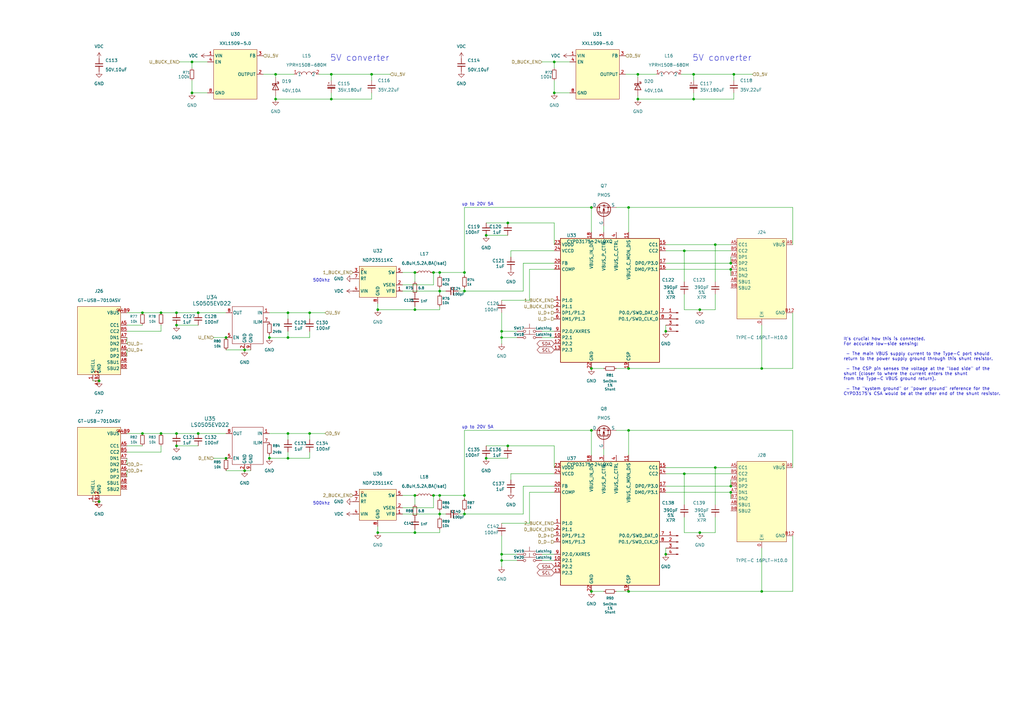
<source format=kicad_sch>
(kicad_sch (version 20250114) (generator "eeschema") (generator_version "9.0")
  (paper "A3")
  (text "up to 20V 5A" (at 202.438 175.26 0) (effects (font (size 1.27 1.27)) (justify right)))
  (text "5V converter" (at 296.164 23.876 0) (effects (font (size 2.54 2.54))))
  (text "up to 20V 5A" (at 202.438 83.82 0) (effects (font (size 1.27 1.27)) (justify right)))
  (text "500khz" (at 131.826 206.502 0) (effects (font (size 1.27 1.27))))
  (text "500khz" (at 131.826 115.062 0) (effects (font (size 1.27 1.27))))
  (text "5V converter" (at 147.574 23.876 0) (effects (font (size 2.54 2.54))))
  (text "It's crucial how this is connected.\nFor accurate low-side sensing:\n\n - The main VBUS supply current to the Type-C port should\nreturn to the power supply ground through this shunt resistor.\n\n - The CSP pin senses the voltage at the \"load side\" of the\nshunt (closer to where the current enters the shunt\nfrom the Type-C VBUS ground return).\n\n - The \"system ground\" or \"power ground\" reference for the\nCYPD3175's CSA would be at the other end of the shunt resistor." (at 345.948 150.368 0) (effects (font (size 1.27 1.27)) (justify left)))
  (junction (at 284.48 40.64))
  (junction (at 299.72 110.49))
  (junction (at 190.5 119.38))
  (junction (at 180.34 203.2))
  (junction (at 110.49 187.96))
  (junction (at 287.02 127))
  (junction (at 58.42 177.8))
  (junction (at 257.81 242.57))
  (junction (at 100.33 143.51))
  (junction (at 92.71 138.43))
  (junction (at 261.62 40.64))
  (junction (at 199.39 187.96))
  (junction (at 154.94 127))
  (junction (at 72.39 177.8))
  (junction (at 257.81 176.53))
  (junction (at 257.81 151.13))
  (junction (at 287.02 218.44))
  (junction (at 280.67 194.31))
  (junction (at 127 177.8))
  (junction (at 190.5 203.2))
  (junction (at 177.8 203.2))
  (junction (at 205.74 229.87))
  (junction (at 242.57 85.09))
  (junction (at 293.37 191.77))
  (junction (at 180.34 119.38))
  (junction (at 135.89 30.48))
  (junction (at 154.94 218.44))
  (junction (at 66.04 177.8))
  (junction (at 170.18 218.44))
  (junction (at 208.28 91.44))
  (junction (at 312.42 242.57))
  (junction (at 72.39 182.88))
  (junction (at 293.37 100.33))
  (junction (at 113.03 40.64))
  (junction (at 81.28 128.27))
  (junction (at 242.57 242.57))
  (junction (at 242.57 176.53))
  (junction (at 180.34 111.76))
  (junction (at 190.5 111.76))
  (junction (at 135.89 40.64))
  (junction (at 152.4 30.48))
  (junction (at 299.72 201.93))
  (junction (at 170.18 111.76))
  (junction (at 273.05 227.33))
  (junction (at 118.11 187.96))
  (junction (at 205.74 227.33))
  (junction (at 257.81 85.09))
  (junction (at 72.39 128.27))
  (junction (at 205.74 135.89))
  (junction (at 199.39 96.52))
  (junction (at 280.67 102.87))
  (junction (at 208.28 182.88))
  (junction (at 227.33 25.4))
  (junction (at 170.18 203.2))
  (junction (at 40.64 156.21))
  (junction (at 242.57 151.13))
  (junction (at 205.74 138.43))
  (junction (at 299.72 199.39))
  (junction (at 78.74 38.1))
  (junction (at 177.8 111.76))
  (junction (at 118.11 177.8))
  (junction (at 40.64 205.74))
  (junction (at 100.33 193.04))
  (junction (at 273.05 135.89))
  (junction (at 118.11 128.27))
  (junction (at 78.74 25.4))
  (junction (at 66.04 128.27))
  (junction (at 110.49 138.43))
  (junction (at 300.99 30.48))
  (junction (at 190.5 210.82))
  (junction (at 72.39 133.35))
  (junction (at 299.72 107.95))
  (junction (at 118.11 138.43))
  (junction (at 261.62 30.48))
  (junction (at 227.33 38.1))
  (junction (at 312.42 151.13))
  (junction (at 92.71 187.96))
  (junction (at 113.03 30.48))
  (junction (at 81.28 177.8))
  (junction (at 284.48 30.48))
  (junction (at 180.34 210.82))
  (junction (at 127 128.27))
  (junction (at 58.42 128.27))
  (junction (at 170.18 127))
  (wire (pts (xy 38.1 205.74) (xy 40.64 205.74)))
  (wire (pts (xy 170.18 127) (xy 180.34 127)))
  (wire (pts (xy 273.05 110.49) (xy 299.72 110.49)))
  (wire (pts (xy 66.04 128.27) (xy 72.39 128.27)))
  (wire (pts (xy 261.62 40.64) (xy 284.48 40.64)))
  (wire (pts (xy 227.33 25.4) (xy 227.33 27.94)))
  (wire (pts (xy 135.89 40.64) (xy 135.89 38.1)))
  (wire (pts (xy 300.99 30.48) (xy 308.61 30.48)))
  (wire (pts (xy 170.18 203.2) (xy 170.18 207.01)))
  (wire (pts (xy 242.57 176.53) (xy 242.57 186.69)))
  (wire (pts (xy 325.12 151.13) (xy 325.12 128.27)))
  (wire (pts (xy 284.48 40.64) (xy 284.48 38.1)))
  (wire (pts (xy 177.8 116.84) (xy 177.8 111.76)))
  (wire (pts (xy 252.73 176.53) (xy 257.81 176.53)))
  (wire (pts (xy 242.57 151.13) (xy 247.65 151.13)))
  (wire (pts (xy 312.42 224.79) (xy 312.42 242.57)))
  (wire (pts (xy 261.62 30.48) (xy 269.24 30.48)))
  (wire (pts (xy 133.35 128.27) (xy 127 128.27)))
  (wire (pts (xy 100.33 143.51) (xy 102.87 143.51)))
  (wire (pts (xy 177.8 208.28) (xy 177.8 203.2)))
  (wire (pts (xy 66.04 177.8) (xy 72.39 177.8)))
  (wire (pts (xy 257.81 176.53) (xy 325.12 176.53)))
  (wire (pts (xy 190.5 119.38) (xy 187.96 119.38)))
  (wire (pts (xy 217.17 110.49) (xy 217.17 123.19)))
  (wire (pts (xy 227.33 38.1) (xy 227.33 33.02)))
  (wire (pts (xy 325.12 85.09) (xy 325.12 100.33)))
  (wire (pts (xy 299.72 201.93) (xy 299.72 204.47)))
  (wire (pts (xy 217.17 123.19) (xy 205.74 123.19)))
  (wire (pts (xy 87.63 138.43) (xy 92.71 138.43)))
  (wire (pts (xy 300.99 30.48) (xy 300.99 33.02)))
  (wire (pts (xy 52.07 193.04) (xy 52.07 195.58)))
  (wire (pts (xy 133.35 177.8) (xy 127 177.8)))
  (wire (pts (xy 299.72 110.49) (xy 299.72 113.03)))
  (wire (pts (xy 273.05 107.95) (xy 299.72 107.95)))
  (wire (pts (xy 217.17 214.63) (xy 205.74 214.63)))
  (wire (pts (xy 154.94 124.46) (xy 154.94 127)))
  (wire (pts (xy 222.25 138.43) (xy 227.33 138.43)))
  (wire (pts (xy 299.72 199.39) (xy 299.72 196.85)))
  (wire (pts (xy 190.5 119.38) (xy 214.63 119.38)))
  (wire (pts (xy 118.11 138.43) (xy 127 138.43)))
  (wire (pts (xy 300.99 40.64) (xy 300.99 38.1)))
  (wire (pts (xy 284.48 40.64) (xy 300.99 40.64)))
  (wire (pts (xy 152.4 30.48) (xy 152.4 33.02)))
  (wire (pts (xy 154.94 215.9) (xy 154.94 218.44)))
  (wire (pts (xy 312.42 242.57) (xy 325.12 242.57)))
  (wire (pts (xy 78.74 38.1) (xy 85.09 38.1)))
  (wire (pts (xy 257.81 151.13) (xy 312.42 151.13)))
  (wire (pts (xy 127 135.89) (xy 127 138.43)))
  (wire (pts (xy 154.94 218.44) (xy 170.18 218.44)))
  (wire (pts (xy 205.74 135.89) (xy 205.74 128.27)))
  (wire (pts (xy 227.33 91.44) (xy 227.33 100.33)))
  (wire (pts (xy 208.28 91.44) (xy 227.33 91.44)))
  (wire (pts (xy 199.39 96.52) (xy 208.28 96.52)))
  (wire (pts (xy 205.74 227.33) (xy 205.74 219.71)))
  (wire (pts (xy 293.37 212.09) (xy 293.37 218.44)))
  (wire (pts (xy 205.74 138.43) (xy 212.09 138.43)))
  (wire (pts (xy 52.07 185.42) (xy 66.04 185.42)))
  (wire (pts (xy 130.81 30.48) (xy 135.89 30.48)))
  (wire (pts (xy 118.11 128.27) (xy 110.49 128.27)))
  (wire (pts (xy 52.07 187.96) (xy 52.07 190.5)))
  (wire (pts (xy 190.5 209.55) (xy 190.5 210.82)))
  (wire (pts (xy 222.25 229.87) (xy 227.33 229.87)))
  (wire (pts (xy 180.34 111.76) (xy 190.5 111.76)))
  (wire (pts (xy 113.03 30.48) (xy 120.65 30.48)))
  (wire (pts (xy 110.49 138.43) (xy 118.11 138.43)))
  (wire (pts (xy 222.25 227.33) (xy 227.33 227.33)))
  (wire (pts (xy 190.5 113.03) (xy 190.5 111.76)))
  (wire (pts (xy 154.94 127) (xy 170.18 127)))
  (wire (pts (xy 208.28 182.88) (xy 227.33 182.88)))
  (wire (pts (xy 118.11 185.42) (xy 118.11 187.96)))
  (wire (pts (xy 205.74 229.87) (xy 205.74 227.33)))
  (wire (pts (xy 280.67 194.31) (xy 280.67 207.01)))
  (wire (pts (xy 222.25 135.89) (xy 227.33 135.89)))
  (wire (pts (xy 66.04 185.42) (xy 66.04 182.88)))
  (wire (pts (xy 72.39 177.8) (xy 81.28 177.8)))
  (wire (pts (xy 325.12 242.57) (xy 325.12 219.71)))
  (wire (pts (xy 52.07 143.51) (xy 52.07 146.05)))
  (wire (pts (xy 222.25 25.4) (xy 227.33 25.4)))
  (wire (pts (xy 110.49 138.43) (xy 110.49 137.16)))
  (wire (pts (xy 190.5 85.09) (xy 242.57 85.09)))
  (wire (pts (xy 247.65 184.15) (xy 247.65 186.69)))
  (wire (pts (xy 190.5 118.11) (xy 190.5 119.38)))
  (wire (pts (xy 280.67 102.87) (xy 299.72 102.87)))
  (wire (pts (xy 100.33 193.04) (xy 102.87 193.04)))
  (wire (pts (xy 81.28 177.8) (xy 92.71 177.8)))
  (wire (pts (xy 180.34 127) (xy 180.34 125.73)))
  (wire (pts (xy 190.5 176.53) (xy 242.57 176.53)))
  (wire (pts (xy 135.89 30.48) (xy 152.4 30.48)))
  (wire (pts (xy 257.81 176.53) (xy 257.81 186.69)))
  (wire (pts (xy 252.73 242.57) (xy 257.81 242.57)))
  (wire (pts (xy 256.54 30.48) (xy 261.62 30.48)))
  (wire (pts (xy 87.63 187.96) (xy 92.71 187.96)))
  (wire (pts (xy 72.39 133.35) (xy 81.28 133.35)))
  (wire (pts (xy 209.55 102.87) (xy 209.55 105.41)))
  (wire (pts (xy 52.07 138.43) (xy 52.07 140.97)))
  (wire (pts (xy 261.62 40.64) (xy 261.62 39.37)))
  (wire (pts (xy 190.5 210.82) (xy 214.63 210.82)))
  (wire (pts (xy 58.42 128.27) (xy 66.04 128.27)))
  (wire (pts (xy 127 130.81) (xy 127 128.27)))
  (wire (pts (xy 180.34 210.82) (xy 182.88 210.82)))
  (wire (pts (xy 273.05 194.31) (xy 280.67 194.31)))
  (wire (pts (xy 180.34 203.2) (xy 190.5 203.2)))
  (wire (pts (xy 214.63 210.82) (xy 214.63 199.39)))
  (wire (pts (xy 293.37 120.65) (xy 293.37 127)))
  (wire (pts (xy 279.4 30.48) (xy 284.48 30.48)))
  (wire (pts (xy 312.42 151.13) (xy 325.12 151.13)))
  (wire (pts (xy 252.73 151.13) (xy 257.81 151.13)))
  (wire (pts (xy 180.34 119.38) (xy 180.34 120.65)))
  (wire (pts (xy 227.33 182.88) (xy 227.33 191.77)))
  (wire (pts (xy 257.81 85.09) (xy 257.81 95.25)))
  (wire (pts (xy 280.67 212.09) (xy 280.67 218.44)))
  (wire (pts (xy 209.55 194.31) (xy 209.55 196.85)))
  (wire (pts (xy 52.07 133.35) (xy 58.42 133.35)))
  (wire (pts (xy 273.05 199.39) (xy 299.72 199.39)))
  (wire (pts (xy 127 128.27) (xy 118.11 128.27)))
  (wire (pts (xy 170.18 218.44) (xy 170.18 217.17)))
  (wire (pts (xy 199.39 182.88) (xy 208.28 182.88)))
  (wire (pts (xy 38.1 156.21) (xy 40.64 156.21)))
  (wire (pts (xy 293.37 100.33) (xy 293.37 115.57)))
  (wire (pts (xy 52.07 128.27) (xy 58.42 128.27)))
  (wire (pts (xy 325.12 176.53) (xy 325.12 191.77)))
  (wire (pts (xy 118.11 187.96) (xy 127 187.96)))
  (wire (pts (xy 127 177.8) (xy 118.11 177.8)))
  (wire (pts (xy 293.37 191.77) (xy 299.72 191.77)))
  (wire (pts (xy 170.18 111.76) (xy 170.18 115.57)))
  (wire (pts (xy 227.33 38.1) (xy 233.68 38.1)))
  (wire (pts (xy 312.42 133.35) (xy 312.42 151.13)))
  (wire (pts (xy 180.34 111.76) (xy 180.34 113.03)))
  (wire (pts (xy 273.05 102.87) (xy 280.67 102.87)))
  (wire (pts (xy 118.11 180.34) (xy 118.11 177.8)))
  (wire (pts (xy 209.55 102.87) (xy 227.33 102.87)))
  (wire (pts (xy 214.63 119.38) (xy 214.63 107.95)))
  (wire (pts (xy 205.74 227.33) (xy 212.09 227.33)))
  (wire (pts (xy 110.49 187.96) (xy 110.49 186.69)))
  (wire (pts (xy 190.5 203.2) (xy 190.5 176.53)))
  (wire (pts (xy 205.74 232.41) (xy 205.74 229.87)))
  (wire (pts (xy 152.4 30.48) (xy 160.02 30.48)))
  (wire (pts (xy 127 180.34) (xy 127 177.8)))
  (wire (pts (xy 284.48 30.48) (xy 300.99 30.48)))
  (wire (pts (xy 293.37 218.44) (xy 287.02 218.44)))
  (wire (pts (xy 180.34 118.11) (xy 180.34 119.38)))
  (wire (pts (xy 52.07 135.89) (xy 66.04 135.89)))
  (wire (pts (xy 127 185.42) (xy 127 187.96)))
  (wire (pts (xy 180.34 218.44) (xy 180.34 217.17)))
  (wire (pts (xy 78.74 25.4) (xy 78.74 27.94)))
  (wire (pts (xy 273.05 201.93) (xy 299.72 201.93)))
  (wire (pts (xy 280.67 120.65) (xy 280.67 127)))
  (wire (pts (xy 170.18 127) (xy 170.18 125.73)))
  (wire (pts (xy 299.72 107.95) (xy 299.72 105.41)))
  (wire (pts (xy 165.1 210.82) (xy 180.34 210.82)))
  (wire (pts (xy 247.65 92.71) (xy 247.65 95.25)))
  (wire (pts (xy 113.03 31.75) (xy 113.03 30.48)))
  (wire (pts (xy 214.63 199.39) (xy 227.33 199.39)))
  (wire (pts (xy 252.73 85.09) (xy 257.81 85.09)))
  (wire (pts (xy 293.37 191.77) (xy 293.37 207.01)))
  (wire (pts (xy 190.5 111.76) (xy 190.5 85.09)))
  (wire (pts (xy 58.42 177.8) (xy 66.04 177.8)))
  (wire (pts (xy 78.74 38.1) (xy 78.74 33.02)))
  (wire (pts (xy 92.71 143.51) (xy 100.33 143.51)))
  (wire (pts (xy 273.05 224.79) (xy 273.05 227.33)))
  (wire (pts (xy 190.5 204.47) (xy 190.5 203.2)))
  (wire (pts (xy 261.62 31.75) (xy 261.62 30.48)))
  (wire (pts (xy 92.71 193.04) (xy 100.33 193.04)))
  (wire (pts (xy 280.67 218.44) (xy 287.02 218.44)))
  (wire (pts (xy 177.8 203.2) (xy 180.34 203.2)))
  (wire (pts (xy 227.33 25.4) (xy 233.68 25.4)))
  (wire (pts (xy 280.67 102.87) (xy 280.67 115.57)))
  (wire (pts (xy 110.49 187.96) (xy 118.11 187.96)))
  (wire (pts (xy 118.11 135.89) (xy 118.11 138.43)))
  (wire (pts (xy 190.5 210.82) (xy 187.96 210.82)))
  (wire (pts (xy 217.17 201.93) (xy 217.17 214.63)))
  (wire (pts (xy 118.11 130.81) (xy 118.11 128.27)))
  (wire (pts (xy 152.4 40.64) (xy 152.4 38.1)))
  (wire (pts (xy 113.03 40.64) (xy 135.89 40.64)))
  (wire (pts (xy 217.17 201.93) (xy 227.33 201.93)))
  (wire (pts (xy 280.67 127) (xy 287.02 127)))
  (wire (pts (xy 214.63 107.95) (xy 227.33 107.95)))
  (wire (pts (xy 165.1 116.84) (xy 177.8 116.84)))
  (wire (pts (xy 180.34 119.38) (xy 182.88 119.38)))
  (wire (pts (xy 78.74 25.4) (xy 85.09 25.4)))
  (wire (pts (xy 81.28 128.27) (xy 92.71 128.27)))
  (wire (pts (xy 284.48 33.02) (xy 284.48 30.48)))
  (wire (pts (xy 209.55 194.31) (xy 227.33 194.31)))
  (wire (pts (xy 165.1 111.76) (xy 170.18 111.76)))
  (wire (pts (xy 180.34 203.2) (xy 180.34 204.47)))
  (wire (pts (xy 113.03 40.64) (xy 113.03 39.37)))
  (wire (pts (xy 205.74 138.43) (xy 205.74 135.89)))
  (wire (pts (xy 180.34 209.55) (xy 180.34 210.82)))
  (wire (pts (xy 107.95 30.48) (xy 113.03 30.48)))
  (wire (pts (xy 273.05 133.35) (xy 273.05 135.89)))
  (wire (pts (xy 273.05 191.77) (xy 293.37 191.77)))
  (wire (pts (xy 170.18 218.44) (xy 180.34 218.44)))
  (wire (pts (xy 293.37 127) (xy 287.02 127)))
  (wire (pts (xy 165.1 208.28) (xy 177.8 208.28)))
  (wire (pts (xy 205.74 140.97) (xy 205.74 138.43)))
  (wire (pts (xy 242.57 242.57) (xy 247.65 242.57)))
  (wire (pts (xy 242.57 85.09) (xy 242.57 95.25)))
  (wire (pts (xy 217.17 110.49) (xy 227.33 110.49)))
  (wire (pts (xy 257.81 242.57) (xy 312.42 242.57)))
  (wire (pts (xy 52.07 182.88) (xy 58.42 182.88)))
  (wire (pts (xy 180.34 210.82) (xy 180.34 212.09)))
  (wire (pts (xy 280.67 194.31) (xy 299.72 194.31)))
  (wire (pts (xy 135.89 40.64) (xy 152.4 40.64)))
  (wire (pts (xy 72.39 128.27) (xy 81.28 128.27)))
  (wire (pts (xy 118.11 177.8) (xy 110.49 177.8)))
  (wire (pts (xy 273.05 100.33) (xy 293.37 100.33)))
  (wire (pts (xy 135.89 33.02) (xy 135.89 30.48)))
  (wire (pts (xy 293.37 100.33) (xy 299.72 100.33)))
  (wire (pts (xy 73.66 25.4) (xy 78.74 25.4)))
  (wire (pts (xy 257.81 85.09) (xy 325.12 85.09)))
  (wire (pts (xy 72.39 182.88) (xy 81.28 182.88)))
  (wire (pts (xy 165.1 203.2) (xy 170.18 203.2)))
  (wire (pts (xy 205.74 229.87) (xy 212.09 229.87)))
  (wire (pts (xy 199.39 187.96) (xy 208.28 187.96)))
  (wire (pts (xy 165.1 119.38) (xy 180.34 119.38)))
  (wire (pts (xy 177.8 111.76) (xy 180.34 111.76)))
  (wire (pts (xy 66.04 135.89) (xy 66.04 133.35)))
  (wire (pts (xy 52.07 177.8) (xy 58.42 177.8)))
  (wire (pts (xy 199.39 91.44) (xy 208.28 91.44)))
  (wire (pts (xy 205.74 135.89) (xy 212.09 135.89)))
  (global_label "SDA" (shape bidirectional) (at 227.33 232.41 180) (property "Intersheetrefs" "${INTERSHEET_REFS}" (effects (hide yes))))
  (global_label "SCL" (shape bidirectional) (at 227.33 143.51 180) (property "Intersheetrefs" "${INTERSHEET_REFS}" (effects (hide yes))))
  (global_label "SDA" (shape bidirectional) (at 227.33 140.97 180) (property "Intersheetrefs" "${INTERSHEET_REFS}" (effects (hide yes))))
  (global_label "SCL" (shape bidirectional) (at 227.33 234.95 180) (property "Intersheetrefs" "${INTERSHEET_REFS}" (effects (hide yes))))
  (hierarchical_label "U_D+" (shape input) (at 227.33 128.27 180))
  (hierarchical_label "D_5V" (shape input) (at 133.35 177.8 0))
  (hierarchical_label "2_BUCK_EN" (shape input) (at 227.33 214.63 180))
  (hierarchical_label "D_5V" (shape input) (at 256.54 22.86 0))
  (hierarchical_label "D_D+" (shape input) (at 52.07 193.04 0))
  (hierarchical_label "D_EN" (shape input) (at 87.63 187.96 180))
  (hierarchical_label "D_D-" (shape input) (at 52.07 190.5 0))
  (hierarchical_label "1_BUCK_EN" (shape input) (at 227.33 123.19 180))
  (hierarchical_label "1_BUCK_EN" (shape input) (at 144.78 111.76 180))
  (hierarchical_label "U_BUCK_EN" (shape input) (at 73.66 25.4 180))
  (hierarchical_label "2_BUCK_EN" (shape input) (at 144.78 203.2 180))
  (hierarchical_label "D_BUCK_EN" (shape input) (at 227.33 217.17 180))
  (hierarchical_label "U_5V" (shape input) (at 160.02 30.48 0))
  (hierarchical_label "D_D-" (shape input) (at 227.33 222.25 180))
  (hierarchical_label "D_5V" (shape input) (at 308.61 30.48 0))
  (hierarchical_label "U_D-" (shape input) (at 52.07 140.97 0))
  (hierarchical_label "U_EN" (shape input) (at 87.63 138.43 180))
  (hierarchical_label "U_5V" (shape input) (at 133.35 128.27 0))
  (hierarchical_label "D_D+" (shape input) (at 227.33 219.71 180))
  (hierarchical_label "U_D+" (shape input) (at 52.07 143.51 0))
  (hierarchical_label "U_5V" (shape input) (at 107.95 22.86 0))
  (hierarchical_label "U_BUCK_EN" (shape input) (at 227.33 125.73 180))
  (hierarchical_label "U_D-" (shape input) (at 227.33 130.81 180))
  (hierarchical_label "D_BUCK_EN" (shape input) (at 222.25 25.4 180))
  (symbol (lib_id "Device:C_Small") (at 208.28 93.98 0) (mirror x) (unit 1)
    (property "Reference" "C120" (at 205.74 92.964 0) (effects (justify right)))
    (property "Value" "1uF" (at 205.74 95.25 0) (effects (justify right)))
    (property "Footprint" "Capacitor_SMD:C_0402_1005Metric_Pad0.74x0.62mm_HandSolder" (effects (hide yes)))
    (property "Description" "Unpolarized capacitor, small symbol" (effects (hide yes)))
  )
  (symbol (lib_id "Device:C_Small") (at 205.74 125.73 0) (mirror y) (unit 1)
    (property "Reference" "C126" (at 199.644 124.46 0) (effects (justify right)))
    (property "Value" "100nF" (at 198.628 127 0) (effects (justify right)))
    (property "Footprint" "Capacitor_SMD:C_0201_0603Metric_Pad0.64x0.40mm_HandSolder" (effects (hide yes)))
    (property "Description" "Unpolarized capacitor, small symbol" (effects (hide yes)))
  )
  (symbol (lib_id "power:GND") (at 205.74 232.41 0) (unit 1)
    (property "Reference" "#PWR0195" (effects (hide yes)))
    (property "Value" "GND" (at 205.74 237.49 0))
    (property "Description" "Power symbol creates a global label with name \"GND\" , ground" (effects (hide yes)))
  )
  (symbol (lib_id "power:GND") (at 154.94 127 0) (unit 1)
    (property "Reference" "#PWR0176" (effects (hide yes)))
    (property "Value" "GND" (at 154.94 132.08 0))
    (property "Description" "Power symbol creates a global label with name \"GND\" , ground" (effects (hide yes)))
  )
  (symbol (lib_id "Device:D_Schottky") (at 261.62 35.56 270) (unit 1)
    (property "Reference" "D20" (at 264.16 33.3374 90) (effects (justify left)))
    (property "Value" "40V,10A" (at 264.16 37.1474 90) (effects (justify left)))
    (property "Footprint" "Diode_SMD:D_SMB_Handsoldering" (effects (hide yes)))
    (property "Description" "Schottky diode" (effects (hide yes)))
  )
  (symbol (lib_id "easyeda2kicad:YPRH1508-680M") (at 125.73 30.48 0) (unit 1)
    (property "Reference" "L15" (at 125.73 22.86 0))
    (property "Value" "YPRH1508-680M" (at 125.73 26.67 0))
    (property "Footprint" "easyeda2kicad:IND-SMD_L15.0-W15.0" (effects (hide yes)))
    (property "LCSC Part" "C970544" (effects (hide yes)))
  )
  (symbol (lib_id "power:GND") (at 199.39 187.96 0) (unit 1)
    (property "Reference" "#PWR0188" (effects (hide yes)))
    (property "Value" "GND" (at 199.39 193.04 0))
    (property "Description" "Power symbol creates a global label with name \"GND\" , ground" (effects (hide yes)))
  )
  (symbol (lib_id "Simulation_SPICE:PMOS") (at 247.65 87.63 90) (unit 1)
    (property "Reference" "Q7" (at 247.65 76.2 90))
    (property "Value" "PMOS" (at 247.65 80.01 90))
    (property "Footprint" "easyeda2kicad:PDFN-8_L5.2-W5.9-P1.27-LS6.2-BL" (effects (hide yes)))
    (property "Datasheet" "https://ngspice.sourceforge.io/docs/ngspice-html-manual/manual.xhtml#cha_MOSFETs" (effects (hide yes)))
    (property "Description" "P-MOSFET transistor, drain/source/gate" (effects (hide yes)))
    (property "Sim.Device" "PMOS" (effects (hide yes)))
    (property "Sim.Type" "VDMOS" (effects (hide yes)))
    (property "Sim.Pins" "1=D 2=G 3=S" (effects (hide yes)))
  )
  (symbol (lib_id "power:GND") (at 242.57 242.57 0) (unit 1)
    (property "Reference" "#PWR0198" (effects (hide yes)))
    (property "Value" "GND" (at 242.57 247.65 0))
    (property "Description" "Power symbol creates a global label with name \"GND\" , ground" (effects (hide yes)))
  )
  (symbol (lib_id "Device:C_Small") (at 152.4 35.56 0) (unit 1)
    (property "Reference" "C116" (at 154.94 33.02 0) (effects (justify left)))
    (property "Value" "35V,22uF" (at 154.94 36.83 0) (effects (justify left)))
    (property "Footprint" "Capacitor_SMD:C_0805_2012Metric_Pad1.18x1.45mm_HandSolder" (effects (hide yes)))
    (property "Description" "Unpolarized capacitor, small symbol" (effects (hide yes)))
  )
  (symbol (lib_id "power:VDC") (at 40.64 24.13 0) (unit 1)
    (property "Reference" "#PWR0165" (effects (hide yes)))
    (property "Value" "VDC" (at 40.64 19.05 0))
    (property "Description" "Power symbol creates a global label with name \"VDC\"" (effects (hide yes)))
  )
  (symbol (lib_id "Device:R_Small") (at 110.49 184.15 0) (unit 1)
    (property "Reference" "R84" (at 111.76 182.88 0) (effects (font (size 1.016 1.016)) (justify left)))
    (property "Value" "249k" (at 111.76 185.547 0) (effects (font (size 1.016 1.016)) (justify left)))
    (property "Footprint" "Resistor_SMD:R_0402_1005Metric_Pad0.72x0.64mm_HandSolder" (effects (hide yes)))
    (property "Description" "Resistor, small symbol" (effects (hide yes)))
  )
  (symbol (lib_id "Device:C_Small") (at 300.99 35.56 0) (unit 1)
    (property "Reference" "C118" (at 303.53 33.02 0) (effects (justify left)))
    (property "Value" "35V,22uF" (at 303.53 36.83 0) (effects (justify left)))
    (property "Footprint" "Capacitor_SMD:C_0805_2012Metric_Pad1.18x1.45mm_HandSolder" (effects (hide yes)))
    (property "Description" "Unpolarized capacitor, small symbol" (effects (hide yes)))
  )
  (symbol (lib_id "power:GND") (at 40.64 156.21 0) (mirror y) (unit 1)
    (property "Reference" "#PWR0185" (effects (hide yes)))
    (property "Value" "GND" (at 40.64 161.29 0))
    (property "Description" "Power symbol creates a global label with name \"GND\" , ground" (effects (hide yes)))
  )
  (symbol (lib_id "power:GND") (at 110.49 138.43 0) (mirror y) (unit 1)
    (property "Reference" "#PWR0182" (effects (hide yes)))
    (property "Value" "GND" (at 110.49 143.51 0))
    (property "Description" "Power symbol creates a global label with name \"GND\" , ground" (effects (hide yes)))
  )
  (symbol (lib_id "easyeda2kicad:YPRH1508-680M") (at 274.32 30.48 0) (unit 1)
    (property "Reference" "L16" (at 274.32 22.86 0))
    (property "Value" "YPRH1508-680M" (at 274.32 26.67 0))
    (property "Footprint" "easyeda2kicad:IND-SMD_L15.0-W15.0" (effects (hide yes)))
    (property "LCSC Part" "C970544" (effects (hide yes)))
  )
  (symbol (lib_id "Device:C_Small") (at 209.55 107.95 0) (mirror x) (unit 1)
    (property "Reference" "C121" (at 207.01 106.934 0) (effects (justify right)))
    (property "Value" "1uF" (at 207.01 109.22 0) (effects (justify right)))
    (property "Footprint" "Capacitor_SMD:C_0402_1005Metric_Pad0.74x0.62mm_HandSolder" (effects (hide yes)))
    (property "Description" "Unpolarized capacitor, small symbol" (effects (hide yes)))
  )
  (symbol (lib_id "Switch:SW_Push") (at 217.17 135.89 0) (unit 1) (on_board no)
    (property "Reference" "SW17" (at 212.852 134.62 0) (effects (font (size 1.016 1.016))))
    (property "Value" "Latching" (at 223.012 134.62 0) (effects (font (size 1.016 1.016))))
    (property "Footprint" "easyeda2kicad:SW-TH_6P-L8.0-W8.0-P2.50" (effects (hide yes)))
    (property "Description" "Push button switch, generic, two pins" (effects (hide yes)))
  )
  (symbol (lib_id "Device:C_Small") (at 199.39 185.42 0) (mirror x) (unit 1)
    (property "Reference" "C135" (at 196.85 184.404 0) (effects (justify right)))
    (property "Value" "100nF" (at 196.85 186.69 0) (effects (justify right)))
    (property "Footprint" "Capacitor_SMD:C_0201_0603Metric_Pad0.64x0.40mm_HandSolder" (effects (hide yes)))
    (property "Description" "Unpolarized capacitor, small symbol" (effects (hide yes)))
  )
  (symbol (lib_id "Device:C_Polarized_Small") (at 135.89 35.56 0) (unit 1)
    (property "Reference" "C115" (at 138.43 34.29 0) (effects (justify left)))
    (property "Value" "35V,180uF" (at 138.43 36.9188 0) (effects (justify left)))
    (property "Footprint" "Capacitor_THT:CP_Radial_D8.0mm_P5.00mm" (effects (hide yes)))
    (property "Description" "Polarized capacitor, small symbol" (effects (hide yes)))
  )
  (symbol (lib_id "Device:C_Small") (at 170.18 123.19 0) (unit 1)
    (property "Reference" "C125" (at 165.608 123.19 0) (effects (font (size 1.016 1.016)) (justify left)))
    (property "Value" "1nF" (at 172.466 123.444 0) (effects (font (size 1.016 1.016)) (justify left)))
    (property "Footprint" "Capacitor_SMD:C_0201_0603Metric_Pad0.64x0.40mm_HandSolder" (effects (hide yes)))
    (property "Description" "Unpolarized capacitor, small symbol" (effects (hide yes)))
  )
  (symbol (lib_id "easyeda2kicad:TYPE-C16PLT-H10.0") (at 312.42 115.57 0) (mirror y) (unit 1)
    (property "Reference" "J24" (at 312.42 95.25 0))
    (property "Value" "TYPE-C 16PLT-H10.0" (at 312.42 138.43 0))
    (property "Footprint" "easyeda2kicad:TYPE-C-SMD_USB4120-03-C" (effects (hide yes)))
    (property "LCSC Part" "C3151749" (effects (hide yes)))
  )
  (symbol (lib_id "easyeda2kicad:GT-USB-7010ASV") (at 39.37 143.51 0) (mirror y) (unit 1)
    (property "Reference" "J26" (at 40.64 119.38 0))
    (property "Value" "GT-USB-7010ASV" (at 40.64 123.19 0))
    (property "Footprint" "easyeda2kicad:USB-C-SMD_G-SWITCH_GT-USB-7010ASV" (effects (hide yes)))
    (property "LCSC Part" "C2988369" (effects (hide yes)))
  )
  (symbol (lib_id "power:GND") (at 40.64 205.74 0) (mirror y) (unit 1)
    (property "Reference" "#PWR0191" (effects (hide yes)))
    (property "Value" "GND" (at 40.64 210.82 0))
    (property "Description" "Power symbol creates a global label with name \"GND\" , ground" (effects (hide yes)))
  )
  (symbol (lib_id "Connector:Conn_01x04_Pin") (at 278.13 222.25 0) (mirror y) (unit 1)
    (property "Reference" "J29" (effects (hide yes)))
    (property "Value" "Conn_01x04_Pin" (effects (hide yes)))
    (property "Footprint" "Connector_PinHeader_2.54mm:PinHeader_2x02_P2.54mm_Vertical" (effects (hide yes)))
    (property "Description" "Generic connector, single row, 01x04, script generated" (effects (hide yes)))
  )
  (symbol (lib_id "Device:C_Polarized_Small") (at 284.48 35.56 0) (unit 1)
    (property "Reference" "C117" (at 287.02 34.29 0) (effects (justify left)))
    (property "Value" "35V,180uF" (at 287.02 36.9188 0) (effects (justify left)))
    (property "Footprint" "Capacitor_THT:CP_Radial_D8.0mm_P5.00mm" (effects (hide yes)))
    (property "Description" "Polarized capacitor, small symbol" (effects (hide yes)))
  )
  (symbol (lib_id "Device:C_Small") (at 81.28 180.34 180) (unit 1)
    (property "Reference" "C132" (at 83.82 179.324 0) (effects (justify right)))
    (property "Value" "100nF" (at 83.82 181.61 0) (effects (justify right)))
    (property "Footprint" "Capacitor_SMD:C_0201_0603Metric_Pad0.64x0.40mm_HandSolder" (effects (hide yes)))
    (property "Description" "Unpolarized capacitor, small symbol" (effects (hide yes)))
  )
  (symbol (lib_id "Device:C_Small") (at 81.28 130.81 180) (unit 1)
    (property "Reference" "C128" (at 83.82 129.794 0) (effects (justify right)))
    (property "Value" "100nF" (at 83.82 132.08 0) (effects (justify right)))
    (property "Footprint" "Capacitor_SMD:C_0201_0603Metric_Pad0.64x0.40mm_HandSolder" (effects (hide yes)))
    (property "Description" "Unpolarized capacitor, small symbol" (effects (hide yes)))
  )
  (symbol (lib_id "easyeda2kicad:NDP23511KC") (at 154.94 207.01 0) (unit 1)
    (property "Reference" "U36" (at 154.94 194.31 0))
    (property "Value" "NDP23511KC" (at 154.94 198.12 0))
    (property "Footprint" "easyeda2kicad:SOP-8_L4.9-W3.9-P1.27-LS6.0-BL" (effects (hide yes)))
    (property "LCSC Part" "C17702285" (effects (hide yes)))
  )
  (symbol (lib_id "Device:C_Small") (at 189.23 26.67 0) (unit 1)
    (property "Reference" "C114" (at 191.77 24.7712 0) (effects (justify left)))
    (property "Value" "50V,10uF" (at 191.77 28.5812 0) (effects (justify left)))
    (property "Footprint" "Capacitor_SMD:C_1206_3216Metric_Pad1.33x1.80mm_HandSolder" (effects (hide yes)))
    (property "Description" "Unpolarized capacitor, small symbol" (effects (hide yes)))
  )
  (symbol (lib_id "power:VDC") (at 189.23 24.13 0) (unit 1)
    (property "Reference" "#PWR0166" (effects (hide yes)))
    (property "Value" "VDC" (at 189.23 19.05 0))
    (property "Description" "Power symbol creates a global label with name \"VDC\"" (effects (hide yes)))
  )
  (symbol (lib_id "power:GND") (at 144.78 114.3 270) (unit 1)
    (property "Reference" "#PWR0175" (effects (hide yes)))
    (property "Value" "GND" (at 140.97 114.2999 90) (effects (justify right)))
    (property "Description" "Power symbol creates a global label with name \"GND\" , ground" (effects (hide yes)))
  )
  (symbol (lib_id "power:GND") (at 273.05 135.89 0) (mirror y) (unit 1)
    (property "Reference" "#PWR0181" (effects (hide yes)))
    (property "Value" "GND" (at 273.05 140.97 0))
    (property "Description" "Power symbol creates a global label with name \"GND\" , ground" (effects (hide yes)))
  )
  (symbol (lib_id "power:GND") (at 72.39 133.35 0) (unit 1)
    (property "Reference" "#PWR0179" (effects (hide yes)))
    (property "Value" "GND" (at 72.39 138.43 0))
    (property "Description" "Power symbol creates a global label with name \"GND\" , ground" (effects (hide yes)))
  )
  (symbol (lib_id "Device:C_Small") (at 199.39 93.98 0) (mirror x) (unit 1)
    (property "Reference" "C119" (at 196.85 92.964 0) (effects (justify right)))
    (property "Value" "100nF" (at 196.85 95.25 0) (effects (justify right)))
    (property "Footprint" "Capacitor_SMD:C_0201_0603Metric_Pad0.64x0.40mm_HandSolder" (effects (hide yes)))
    (property "Description" "Unpolarized capacitor, small symbol" (effects (hide yes)))
  )
  (symbol (lib_id "power:GND") (at 154.94 218.44 0) (unit 1)
    (property "Reference" "#PWR0193" (effects (hide yes)))
    (property "Value" "GND" (at 154.94 223.52 0))
    (property "Description" "Power symbol creates a global label with name \"GND\" , ground" (effects (hide yes)))
  )
  (symbol (lib_id "power:VDC") (at 144.78 119.38 90) (unit 1)
    (property "Reference" "#PWR0281" (effects (hide yes)))
    (property "Value" "VDC" (at 140.97 119.3799 90) (effects (justify left)))
    (property "Description" "Power symbol creates a global label with name \"VDC\"" (effects (hide yes)))
  )
  (symbol (lib_id "Device:L") (at 173.99 203.2 90) (unit 1)
    (property "Reference" "L18" (at 173.99 195.58 90))
    (property "Value" "6.8uH,5.2A,8A(Isat)" (at 173.99 199.39 90))
    (property "Footprint" "easyeda2kicad:IND-SMD_L8.0-W8.0-1" (effects (hide yes)))
    (property "Description" "Inductor" (effects (hide yes)))
  )
  (symbol (lib_id "Device:C_Small") (at 280.67 118.11 0) (mirror y) (unit 1)
    (property "Reference" "C122" (at 276.606 114.808 0) (effects (justify left)))
    (property "Value" "390pF\n5%\nX7R" (at 278.13 119.888 0) (effects (justify left)))
    (property "Footprint" "Capacitor_SMD:C_0603_1608Metric_Pad1.08x0.95mm_HandSolder" (effects (hide yes)))
    (property "Description" "Unpolarized capacitor, small symbol" (effects (hide yes)))
  )
  (symbol (lib_id "Device:R_Small") (at 180.34 214.63 0) (unit 1)
    (property "Reference" "R89" (at 181.356 213.868 0) (effects (font (size 1.016 1.016)) (justify left)))
    (property "Value" "10k" (at 181.356 215.646 0) (effects (font (size 1.016 1.016)) (justify left)))
    (property "Footprint" "Resistor_SMD:R_0402_1005Metric_Pad0.72x0.64mm_HandSolder" (effects (hide yes)))
    (property "Description" "Resistor, small symbol" (effects (hide yes)))
  )
  (symbol (lib_id "Device:R_Small") (at 250.19 151.13 270) (mirror x) (unit 1)
    (property "Reference" "R81" (at 250.19 153.924 90) (effects (font (size 1.016 1.016))))
    (property "Value" "5mOhm\n1%\nShunt" (at 250.19 157.988 90) (effects (font (size 1.016 1.016))))
    (property "Footprint" "Resistor_SMD:R_1206_3216Metric_Pad1.30x1.75mm_HandSolder" (effects (hide yes)))
    (property "Description" "Resistor, small symbol" (effects (hide yes)))
  )
  (symbol (lib_id "LS0505EVD22:LS0505EVD22") (at 115.57 128.27 0) (mirror y) (unit 1)
    (property "Reference" "U34" (at 86.868 121.92 0) (effects (font (size 1.524 1.524))))
    (property "Value" "LS0505EVD22" (at 86.868 124.46 0) (effects (font (size 1.524 1.524))))
    (property "Footprint" "LS0505EVD22:LS0505EVD22_LTF" (effects (hide yes)))
    (property "Datasheet" "LS0505EVD22" (effects (hide yes)))
  )
  (symbol (lib_id "Device:C_Small") (at 209.55 199.39 0) (mirror x) (unit 1)
    (property "Reference" "C137" (at 207.01 198.374 0) (effects (justify right)))
    (property "Value" "1uF" (at 207.01 200.66 0) (effects (justify right)))
    (property "Footprint" "Capacitor_SMD:C_0402_1005Metric_Pad0.74x0.62mm_HandSolder" (effects (hide yes)))
    (property "Description" "Unpolarized capacitor, small symbol" (effects (hide yes)))
  )
  (symbol (lib_id "easyeda2kicad:XXL1509-5.0") (at 245.11 30.48 0) (mirror y) (unit 1)
    (property "Reference" "U31" (at 245.11 13.97 0))
    (property "Value" "XXL1509-5.0" (at 245.11 17.78 0))
    (property "Footprint" "easyeda2kicad:SOIC-8_L4.9-W3.9-P1.27-LS6.0-BL" (effects (hide yes)))
    (property "LCSC Part" "C42376977" (effects (hide yes)))
  )
  (symbol (lib_id "Device:C_Small") (at 40.64 26.67 0) (unit 1)
    (property "Reference" "C113" (at 43.18 24.7712 0) (effects (justify left)))
    (property "Value" "50V,10uF" (at 43.18 28.5812 0) (effects (justify left)))
    (property "Footprint" "Capacitor_SMD:C_1206_3216Metric_Pad1.33x1.80mm_HandSolder" (effects (hide yes)))
    (property "Description" "Unpolarized capacitor, small symbol" (effects (hide yes)))
  )
  (symbol (lib_id "power:GND") (at 100.33 143.51 0) (mirror y) (unit 1)
    (property "Reference" "#PWR0183" (effects (hide yes)))
    (property "Value" "GND" (at 100.33 148.59 0))
    (property "Description" "Power symbol creates a global label with name \"GND\" , ground" (effects (hide yes)))
  )
  (symbol (lib_id "Device:C_Small") (at 205.74 217.17 0) (mirror y) (unit 1)
    (property "Reference" "C142" (at 199.644 215.9 0) (effects (justify right)))
    (property "Value" "100nF" (at 198.628 218.44 0) (effects (justify right)))
    (property "Footprint" "Capacitor_SMD:C_0201_0603Metric_Pad0.64x0.40mm_HandSolder" (effects (hide yes)))
    (property "Description" "Unpolarized capacitor, small symbol" (effects (hide yes)))
  )
  (symbol (lib_id "Device:R_Small") (at 190.5 115.57 0) (unit 1)
    (property "Reference" "R74" (at 191.516 114.808 0) (effects (font (size 1.016 1.016)) (justify left)))
    (property "Value" "1k" (at 191.516 116.586 0) (effects (font (size 1.016 1.016)) (justify left)))
    (property "Footprint" "Resistor_SMD:R_0402_1005Metric_Pad0.72x0.64mm_HandSolder" (effects (hide yes)))
    (property "Description" "Resistor, small symbol" (effects (hide yes)))
  )
  (symbol (lib_id "power:GND") (at 72.39 182.88 0) (unit 1)
    (property "Reference" "#PWR0186" (effects (hide yes)))
    (property "Value" "GND" (at 72.39 187.96 0))
    (property "Description" "Power symbol creates a global label with name \"GND\" , ground" (effects (hide yes)))
  )
  (symbol (lib_id "Device:C_Small") (at 185.42 210.82 90) (unit 1)
    (property "Reference" "C140" (at 188.976 209.804 90) (effects (font (size 1.016 1.016)) (justify left)))
    (property "Value" "100pF" (at 190.5 212.09 90) (effects (font (size 1.016 1.016)) (justify left)))
    (property "Footprint" "Capacitor_SMD:C_0201_0603Metric_Pad0.64x0.40mm_HandSolder" (effects (hide yes)))
    (property "Description" "Unpolarized capacitor, small symbol" (effects (hide yes)))
  )
  (symbol (lib_id "power:GND") (at 209.55 110.49 0) (unit 1)
    (property "Reference" "#PWR0174" (effects (hide yes)))
    (property "Value" "GND" (at 209.55 115.57 0))
    (property "Description" "Power symbol creates a global label with name \"GND\" , ground" (effects (hide yes)))
  )
  (symbol (lib_id "easyeda2kicad:TYPE-C16PLT-H10.0") (at 312.42 207.01 0) (mirror y) (unit 1)
    (property "Reference" "J28" (at 312.42 186.69 0))
    (property "Value" "TYPE-C 16PLT-H10.0" (at 312.42 229.87 0))
    (property "Footprint" "easyeda2kicad:TYPE-C-SMD_USB4120-03-C" (effects (hide yes)))
    (property "LCSC Part" "C3151749" (effects (hide yes)))
  )
  (symbol (lib_id "power:VDC") (at 85.09 22.86 90) (unit 1)
    (property "Reference" "#PWR0163" (effects (hide yes)))
    (property "Value" "VDC" (at 81.28 22.8599 90) (effects (justify left)))
    (property "Description" "Power symbol creates a global label with name \"VDC\"" (effects (hide yes)))
  )
  (symbol (lib_id "power:GND") (at 209.55 201.93 0) (unit 1)
    (property "Reference" "#PWR0190" (effects (hide yes)))
    (property "Value" "GND" (at 209.55 207.01 0))
    (property "Description" "Power symbol creates a global label with name \"GND\" , ground" (effects (hide yes)))
  )
  (symbol (lib_id "easyeda2kicad:NDP23511KC") (at 154.94 115.57 0) (unit 1)
    (property "Reference" "U32" (at 154.94 102.87 0))
    (property "Value" "NDP23511KC" (at 154.94 106.68 0))
    (property "Footprint" "easyeda2kicad:SOP-8_L4.9-W3.9-P1.27-LS6.0-BL" (effects (hide yes)))
    (property "LCSC Part" "C17702285" (effects (hide yes)))
  )
  (symbol (lib_id "Connector:Conn_01x04_Pin") (at 278.13 130.81 0) (mirror y) (unit 1)
    (property "Reference" "J25" (effects (hide yes)))
    (property "Value" "Conn_01x04_Pin" (effects (hide yes)))
    (property "Footprint" "Connector_PinHeader_2.54mm:PinHeader_2x02_P2.54mm_Vertical" (effects (hide yes)))
    (property "Description" "Generic connector, single row, 01x04, script generated" (effects (hide yes)))
  )
  (symbol (lib_id "power:VDC") (at 233.68 22.86 90) (unit 1)
    (property "Reference" "#PWR0164" (effects (hide yes)))
    (property "Value" "VDC" (at 229.87 22.8599 90) (effects (justify left)))
    (property "Description" "Power symbol creates a global label with name \"VDC\"" (effects (hide yes)))
  )
  (symbol (lib_id "Device:R_Small") (at 58.42 180.34 0) (mirror y) (unit 1)
    (property "Reference" "R82" (at 56.388 179.3241 0) (effects (font (size 1.016 1.016)) (justify left)))
    (property "Value" "10k" (at 56.388 181.356 0) (effects (font (size 1.016 1.016)) (justify left)))
    (property "Footprint" "Resistor_SMD:R_0402_1005Metric_Pad0.72x0.64mm_HandSolder" (effects (hide yes)))
    (property "Description" "Resistor, small symbol" (effects (hide yes)))
  )
  (symbol (lib_id "Device:C_Small") (at 170.18 214.63 0) (unit 1)
    (property "Reference" "C141" (at 165.608 214.63 0) (effects (font (size 1.016 1.016)) (justify left)))
    (property "Value" "1nF" (at 172.466 214.884 0) (effects (font (size 1.016 1.016)) (justify left)))
    (property "Footprint" "Capacitor_SMD:C_0201_0603Metric_Pad0.64x0.40mm_HandSolder" (effects (hide yes)))
    (property "Description" "Unpolarized capacitor, small symbol" (effects (hide yes)))
  )
  (symbol (lib_id "power:GND") (at 287.02 127 0) (unit 1)
    (property "Reference" "#PWR0177" (effects (hide yes)))
    (property "Value" "GND" (at 287.02 132.08 0))
    (property "Description" "Power symbol creates a global label with name \"GND\" , ground" (effects (hide yes)))
  )
  (symbol (lib_id "Device:R_Small") (at 227.33 30.48 180) (unit 1)
    (property "Reference" "R72" (at 225.044 29.718 0) (effects (font (size 1.016 1.016))))
    (property "Value" "100k" (at 224.028 31.496 0))
    (property "Footprint" "Resistor_SMD:R_0402_1005Metric_Pad0.72x0.64mm_HandSolder" (effects (hide yes)))
    (property "Description" "Resistor, small symbol" (effects (hide yes)))
  )
  (symbol (lib_id "power:VDC") (at 144.78 210.82 90) (unit 1)
    (property "Reference" "#PWR0282" (effects (hide yes)))
    (property "Value" "VDC" (at 140.97 210.8199 90) (effects (justify left)))
    (property "Description" "Power symbol creates a global label with name \"VDC\"" (effects (hide yes)))
  )
  (symbol (lib_id "power:GND") (at 227.33 38.1 0) (mirror y) (unit 1)
    (property "Reference" "#PWR0170" (effects (hide yes)))
    (property "Value" "GND" (at 227.33 43.18 0))
    (property "Description" "Power symbol creates a global label with name \"GND\" , ground" (effects (hide yes)))
  )
  (symbol (lib_id "power:GND") (at 273.05 227.33 0) (mirror y) (unit 1)
    (property "Reference" "#PWR0197" (effects (hide yes)))
    (property "Value" "GND" (at 273.05 232.41 0))
    (property "Description" "Power symbol creates a global label with name \"GND\" , ground" (effects (hide yes)))
  )
  (symbol (lib_id "Device:C_Small") (at 293.37 118.11 0) (mirror y) (unit 1)
    (property "Reference" "C123" (at 289.306 114.808 0) (effects (justify left)))
    (property "Value" "390pF\n5%\nX7R" (at 290.83 119.888 0) (effects (justify left)))
    (property "Footprint" "Capacitor_SMD:C_0603_1608Metric_Pad1.08x0.95mm_HandSolder" (effects (hide yes)))
    (property "Description" "Unpolarized capacitor, small symbol" (effects (hide yes)))
  )
  (symbol (lib_id "easyeda2kicad:XXL1509-5.0") (at 96.52 30.48 0) (mirror y) (unit 1)
    (property "Reference" "U30" (at 96.52 13.97 0))
    (property "Value" "XXL1509-5.0" (at 96.52 17.78 0))
    (property "Footprint" "easyeda2kicad:SOIC-8_L4.9-W3.9-P1.27-LS6.0-BL" (effects (hide yes)))
    (property "LCSC Part" "C42376977" (effects (hide yes)))
  )
  (symbol (lib_id "Device:C_Small") (at 293.37 209.55 0) (mirror y) (unit 1)
    (property "Reference" "C139" (at 289.306 206.248 0) (effects (justify left)))
    (property "Value" "390pF\n5%\nX7R" (at 290.83 211.328 0) (effects (justify left)))
    (property "Footprint" "Capacitor_SMD:C_0603_1608Metric_Pad1.08x0.95mm_HandSolder" (effects (hide yes)))
    (property "Description" "Unpolarized capacitor, small symbol" (effects (hide yes)))
  )
  (symbol (lib_id "Device:R_Small") (at 170.18 209.55 0) (unit 1)
    (property "Reference" "R88" (at 166.37 209.55 0) (effects (font (size 1.016 1.016)) (justify left)))
    (property "Value" "6.8" (at 171.45 209.55 0) (effects (font (size 1.016 1.016)) (justify left)))
    (property "Footprint" "Resistor_SMD:R_0402_1005Metric_Pad0.72x0.64mm_HandSolder" (effects (hide yes)))
    (property "Description" "Resistor, small symbol" (effects (hide yes)))
  )
  (symbol (lib_id "power:GND") (at 261.62 40.64 0) (unit 1)
    (property "Reference" "#PWR0172" (effects (hide yes)))
    (property "Value" "GND" (at 261.62 45.72 0))
    (property "Description" "Power symbol creates a global label with name \"GND\" , ground" (effects (hide yes)))
  )
  (symbol (lib_id "Switch:SW_Push") (at 217.17 227.33 0) (unit 1) (on_board no)
    (property "Reference" "SW19" (at 212.852 226.06 0) (effects (font (size 1.016 1.016))))
    (property "Value" "Latching" (at 223.012 226.06 0) (effects (font (size 1.016 1.016))))
    (property "Footprint" "easyeda2kicad:SW-TH_6P-L8.0-W8.0-P2.50" (effects (hide yes)))
    (property "Description" "Push button switch, generic, two pins" (effects (hide yes)))
  )
  (symbol (lib_id "Device:C_Small") (at 118.11 133.35 180) (unit 1)
    (property "Reference" "C129" (at 120.65 132.334 0) (effects (justify right)))
    (property "Value" "1uF" (at 120.65 134.62 0) (effects (justify right)))
    (property "Footprint" "Capacitor_SMD:C_0402_1005Metric_Pad0.74x0.62mm_HandSolder" (effects (hide yes)))
    (property "Description" "Unpolarized capacitor, small symbol" (effects (hide yes)))
  )
  (symbol (lib_id "Device:R_Small") (at 180.34 115.57 0) (unit 1)
    (property "Reference" "R73" (at 181.356 114.808 0) (effects (font (size 1.016 1.016)) (justify left)))
    (property "Value" "40k" (at 181.356 116.586 0) (effects (font (size 1.016 1.016)) (justify left)))
    (property "Footprint" "Resistor_SMD:R_0603_1608Metric_Pad0.98x0.95mm_HandSolder" (effects (hide yes)))
    (property "Description" "Resistor, small symbol" (effects (hide yes)))
  )
  (symbol (lib_id "LS0505EVD22:LS0505EVD22") (at 115.57 177.8 0) (mirror y) (unit 1)
    (property "Reference" "U35" (at 86.106 171.704 0) (effects (font (size 1.524 1.524))))
    (property "Value" "LS0505EVD22" (at 86.106 174.244 0) (effects (font (size 1.524 1.524))))
    (property "Footprint" "LS0505EVD22:LS0505EVD22_LTF" (effects (hide yes)))
    (property "Datasheet" "LS0505EVD22" (effects (hide yes)))
  )
  (symbol (lib_id "power:GND") (at 100.33 193.04 0) (mirror y) (unit 1)
    (property "Reference" "#PWR0189" (effects (hide yes)))
    (property "Value" "GND" (at 100.33 198.12 0))
    (property "Description" "Power symbol creates a global label with name \"GND\" , ground" (effects (hide yes)))
  )
  (symbol (lib_id "Device:R_Small") (at 78.74 30.48 180) (unit 1)
    (property "Reference" "R71" (at 76.454 29.718 0) (effects (font (size 1.016 1.016))))
    (property "Value" "100k" (at 75.438 31.496 0))
    (property "Footprint" "Resistor_SMD:R_0402_1005Metric_Pad0.72x0.64mm_HandSolder" (effects (hide yes)))
    (property "Description" "Resistor, small symbol" (effects (hide yes)))
  )
  (symbol (lib_id "power:GND") (at 40.64 29.21 0) (unit 1)
    (property "Reference" "#PWR0167" (effects (hide yes)))
    (property "Value" "GND" (at 40.64 34.29 0))
    (property "Description" "Power symbol creates a global label with name \"GND\" , ground" (effects (hide yes)))
  )
  (symbol (lib_id "power:GND") (at 113.03 40.64 0) (unit 1)
    (property "Reference" "#PWR0171" (effects (hide yes)))
    (property "Value" "GND" (at 113.03 45.72 0))
    (property "Description" "Power symbol creates a global label with name \"GND\" , ground" (effects (hide yes)))
  )
  (symbol (lib_id "Device:C_Small") (at 72.39 180.34 180) (unit 1)
    (property "Reference" "C131" (at 74.93 179.324 0) (effects (justify right)))
    (property "Value" "1uF" (at 74.93 181.61 0) (effects (justify right)))
    (property "Footprint" "Capacitor_SMD:C_0402_1005Metric_Pad0.74x0.62mm_HandSolder" (effects (hide yes)))
    (property "Description" "Unpolarized capacitor, small symbol" (effects (hide yes)))
  )
  (symbol (lib_id "Device:D_Schottky") (at 113.03 35.56 270) (unit 1)
    (property "Reference" "D19" (at 115.57 33.3374 90) (effects (justify left)))
    (property "Value" "40V,10A" (at 115.57 37.1474 90) (effects (justify left)))
    (property "Footprint" "Diode_SMD:D_SMB_Handsoldering" (effects (hide yes)))
    (property "Description" "Schottky diode" (effects (hide yes)))
  )
  (symbol (lib_id "Switch:SW_Push") (at 217.17 138.43 0) (unit 1) (on_board no)
    (property "Reference" "SW18" (at 212.852 137.16 0) (effects (font (size 1.016 1.016))))
    (property "Value" "Latching" (at 223.012 137.16 0) (effects (font (size 1.016 1.016))))
    (property "Footprint" "easyeda2kicad:SW-TH_6P-L8.0-W8.0-P2.50" (effects (hide yes)))
    (property "Description" "Push button switch, generic, two pins" (effects (hide yes)))
  )
  (symbol (lib_id "power:GND") (at 189.23 29.21 0) (unit 1)
    (property "Reference" "#PWR0168" (effects (hide yes)))
    (property "Value" "GND" (at 189.23 34.29 0))
    (property "Description" "Power symbol creates a global label with name \"GND\" , ground" (effects (hide yes)))
  )
  (symbol (lib_id "Simulation_SPICE:PMOS") (at 247.65 179.07 90) (unit 1)
    (property "Reference" "Q8" (at 247.65 167.64 90))
    (property "Value" "PMOS" (at 247.65 171.45 90))
    (property "Footprint" "easyeda2kicad:PDFN-8_L5.2-W5.9-P1.27-LS6.2-BL" (effects (hide yes)))
    (property "Datasheet" "https://ngspice.sourceforge.io/docs/ngspice-html-manual/manual.xhtml#cha_MOSFETs" (effects (hide yes)))
    (property "Description" "P-MOSFET transistor, drain/source/gate" (effects (hide yes)))
    (property "Sim.Device" "PMOS" (effects (hide yes)))
    (property "Sim.Type" "VDMOS" (effects (hide yes)))
    (property "Sim.Pins" "1=D 2=G 3=S" (effects (hide yes)))
  )
  (symbol (lib_id "Switch:SW_Push") (at 217.17 229.87 0) (unit 1) (on_board no)
    (property "Reference" "SW20" (at 212.852 228.6 0) (effects (font (size 1.016 1.016))))
    (property "Value" "Latching" (at 223.012 228.6 0) (effects (font (size 1.016 1.016))))
    (property "Footprint" "easyeda2kicad:SW-TH_6P-L8.0-W8.0-P2.50" (effects (hide yes)))
    (property "Description" "Push button switch, generic, two pins" (effects (hide yes)))
  )
  (symbol (lib_id "power:GND") (at 287.02 218.44 0) (unit 1)
    (property "Reference" "#PWR0194" (effects (hide yes)))
    (property "Value" "GND" (at 287.02 223.52 0))
    (property "Description" "Power symbol creates a global label with name \"GND\" , ground" (effects (hide yes)))
  )
  (symbol (lib_id "misc:CYPD3175-24LQXQ") (at 250.19 123.19 0) (unit 1)
    (property "Reference" "U33" (at 232.41 96.52 0) (effects (justify left)))
    (property "Value" "CYPD3175-24LQXQ" (at 232.41 99.06 0) (effects (justify left)))
    (property "Footprint" "Package_DFN_QFN:QFN-24-1EP_4x4mm_P0.5mm_EP2.7x2.7mm_ThermalVias" (effects (hide yes)))
    (property "Datasheet" "https://www.infineon.com/dgdl/Infineon-EZ-PD(TM)_CCG3PA_Datasheet_USB_Type-C_Port_Controller-DataSheet-v09_00-EN.pdf?fileId=8ac78c8c7d0d8da4017d0ee438366ac0" (effects (hide yes)))
    (property "Description" "USB Type-C port controller, Cortex®-M0 processor, DFP CC with direct feedback bootloader, QFN-24" (effects (hide yes)))
  )
  (symbol (lib_id "Device:L") (at 173.99 111.76 90) (unit 1)
    (property "Reference" "L17" (at 173.99 104.14 90))
    (property "Value" "6.8uH,5.2A,8A(Isat)" (at 173.99 107.95 90))
    (property "Footprint" "easyeda2kicad:IND-SMD_L8.0-W8.0-1" (effects (hide yes)))
    (property "Description" "Inductor" (effects (hide yes)))
  )
  (symbol (lib_id "misc:CYPD3175-24LQXQ") (at 250.19 214.63 0) (unit 1)
    (property "Reference" "U37" (at 232.41 187.96 0) (effects (justify left)))
    (property "Value" "CYPD3175-24LQXQ" (at 232.41 190.5 0) (effects (justify left)))
    (property "Footprint" "Package_DFN_QFN:QFN-24-1EP_4x4mm_P0.5mm_EP2.7x2.7mm_ThermalVias" (effects (hide yes)))
    (property "Datasheet" "https://www.infineon.com/dgdl/Infineon-EZ-PD(TM)_CCG3PA_Datasheet_USB_Type-C_Port_Controller-DataSheet-v09_00-EN.pdf?fileId=8ac78c8c7d0d8da4017d0ee438366ac0" (effects (hide yes)))
    (property "Description" "USB Type-C port controller, Cortex®-M0 processor, DFP CC with direct feedback bootloader, QFN-24" (effects (hide yes)))
  )
  (symbol (lib_id "Device:R_Small") (at 110.49 134.62 0) (unit 1)
    (property "Reference" "R79" (at 111.76 133.35 0) (effects (font (size 1.016 1.016)) (justify left)))
    (property "Value" "249k" (at 111.76 136.017 0) (effects (font (size 1.016 1.016)) (justify left)))
    (property "Footprint" "Resistor_SMD:R_0402_1005Metric_Pad0.72x0.64mm_HandSolder" (effects (hide yes)))
    (property "Description" "Resistor, small symbol" (effects (hide yes)))
  )
  (symbol (lib_id "Device:R_Small") (at 180.34 207.01 0) (unit 1)
    (property "Reference" "R86" (at 181.356 206.248 0) (effects (font (size 1.016 1.016)) (justify left)))
    (property "Value" "40k" (at 181.356 208.026 0) (effects (font (size 1.016 1.016)) (justify left)))
    (property "Footprint" "Resistor_SMD:R_0603_1608Metric_Pad0.98x0.95mm_HandSolder" (effects (hide yes)))
    (property "Description" "Resistor, small symbol" (effects (hide yes)))
  )
  (symbol (lib_id "Device:R_Small") (at 58.42 130.81 0) (mirror y) (unit 1)
    (property "Reference" "R77" (at 56.388 129.7941 0) (effects (font (size 1.016 1.016)) (justify left)))
    (property "Value" "10k" (at 56.388 131.826 0) (effects (font (size 1.016 1.016)) (justify left)))
    (property "Footprint" "Resistor_SMD:R_0402_1005Metric_Pad0.72x0.64mm_HandSolder" (effects (hide yes)))
    (property "Description" "Resistor, small symbol" (effects (hide yes)))
  )
  (symbol (lib_id "Device:C_Small") (at 280.67 209.55 0) (mirror y) (unit 1)
    (property "Reference" "C138" (at 276.606 206.248 0) (effects (justify left)))
    (property "Value" "390pF\n5%\nX7R" (at 278.13 211.328 0) (effects (justify left)))
    (property "Footprint" "Capacitor_SMD:C_0603_1608Metric_Pad1.08x0.95mm_HandSolder" (effects (hide yes)))
    (property "Description" "Unpolarized capacitor, small symbol" (effects (hide yes)))
  )
  (symbol (lib_id "Device:C_Small") (at 72.39 130.81 180) (unit 1)
    (property "Reference" "C127" (at 74.93 129.794 0) (effects (justify right)))
    (property "Value" "1uF" (at 74.93 132.08 0) (effects (justify right)))
    (property "Footprint" "Capacitor_SMD:C_0402_1005Metric_Pad0.74x0.62mm_HandSolder" (effects (hide yes)))
    (property "Description" "Unpolarized capacitor, small symbol" (effects (hide yes)))
  )
  (symbol (lib_id "Device:R_Small") (at 66.04 130.81 0) (mirror y) (unit 1)
    (property "Reference" "R78" (at 64.008 129.7941 0) (effects (font (size 1.016 1.016)) (justify left)))
    (property "Value" "10k" (at 64.008 131.826 0) (effects (font (size 1.016 1.016)) (justify left)))
    (property "Footprint" "Resistor_SMD:R_0402_1005Metric_Pad0.72x0.64mm_HandSolder" (effects (hide yes)))
    (property "Description" "Resistor, small symbol" (effects (hide yes)))
  )
  (symbol (lib_id "Device:C_Small") (at 127 133.35 180) (unit 1)
    (property "Reference" "C130" (at 129.54 132.334 0) (effects (justify right)))
    (property "Value" "100nF" (at 129.54 134.62 0) (effects (justify right)))
    (property "Footprint" "Capacitor_SMD:C_0201_0603Metric_Pad0.64x0.40mm_HandSolder" (effects (hide yes)))
    (property "Description" "Unpolarized capacitor, small symbol" (effects (hide yes)))
  )
  (symbol (lib_id "easyeda2kicad:GT-USB-7010ASV") (at 39.37 193.04 0) (mirror y) (unit 1)
    (property "Reference" "J27" (at 40.64 168.91 0))
    (property "Value" "GT-USB-7010ASV" (at 40.64 172.72 0))
    (property "Footprint" "easyeda2kicad:USB-C-SMD_G-SWITCH_GT-USB-7010ASV" (effects (hide yes)))
    (property "LCSC Part" "C2988369" (effects (hide yes)))
  )
  (symbol (lib_id "power:GND") (at 144.78 205.74 270) (unit 1)
    (property "Reference" "#PWR0192" (effects (hide yes)))
    (property "Value" "GND" (at 140.97 205.7399 90) (effects (justify right)))
    (property "Description" "Power symbol creates a global label with name \"GND\" , ground" (effects (hide yes)))
  )
  (symbol (lib_id "power:GND") (at 78.74 38.1 0) (mirror y) (unit 1)
    (property "Reference" "#PWR0169" (effects (hide yes)))
    (property "Value" "GND" (at 78.74 43.18 0))
    (property "Description" "Power symbol creates a global label with name \"GND\" , ground" (effects (hide yes)))
  )
  (symbol (lib_id "Device:C_Small") (at 185.42 119.38 90) (unit 1)
    (property "Reference" "C124" (at 188.976 118.364 90) (effects (font (size 1.016 1.016)) (justify left)))
    (property "Value" "100pF" (at 190.5 120.65 90) (effects (font (size 1.016 1.016)) (justify left)))
    (property "Footprint" "Capacitor_SMD:C_0201_0603Metric_Pad0.64x0.40mm_HandSolder" (effects (hide yes)))
    (property "Description" "Unpolarized capacitor, small symbol" (effects (hide yes)))
  )
  (symbol (lib_id "Device:R_Small") (at 66.04 180.34 0) (mirror y) (unit 1)
    (property "Reference" "R83" (at 64.008 179.3241 0) (effects (font (size 1.016 1.016)) (justify left)))
    (property "Value" "10k" (at 64.008 181.356 0) (effects (font (size 1.016 1.016)) (justify left)))
    (property "Footprint" "Resistor_SMD:R_0402_1005Metric_Pad0.72x0.64mm_HandSolder" (effects (hide yes)))
    (property "Description" "Resistor, small symbol" (effects (hide yes)))
  )
  (symbol (lib_id "Device:R_Small") (at 170.18 118.11 0) (unit 1)
    (property "Reference" "R75" (at 166.37 118.11 0) (effects (font (size 1.016 1.016)) (justify left)))
    (property "Value" "6.8" (at 171.45 118.11 0) (effects (font (size 1.016 1.016)) (justify left)))
    (property "Footprint" "Resistor_SMD:R_0402_1005Metric_Pad0.72x0.64mm_HandSolder" (effects (hide yes)))
    (property "Description" "Resistor, small symbol" (effects (hide yes)))
  )
  (symbol (lib_id "Device:C_Small") (at 118.11 182.88 180) (unit 1)
    (property "Reference" "C133" (at 120.65 181.864 0) (effects (justify right)))
    (property "Value" "1uF" (at 120.65 184.15 0) (effects (justify right)))
    (property "Footprint" "Capacitor_SMD:C_0402_1005Metric_Pad0.74x0.62mm_HandSolder" (effects (hide yes)))
    (property "Description" "Unpolarized capacitor, small symbol" (effects (hide yes)))
  )
  (symbol (lib_id "power:GND") (at 110.49 187.96 0) (mirror y) (unit 1)
    (property "Reference" "#PWR0187" (effects (hide yes)))
    (property "Value" "GND" (at 110.49 193.04 0))
    (property "Description" "Power symbol creates a global label with name \"GND\" , ground" (effects (hide yes)))
  )
  (symbol (lib_id "Device:C_Small") (at 127 182.88 180) (unit 1)
    (property "Reference" "C134" (at 129.54 181.864 0) (effects (justify right)))
    (property "Value" "100nF" (at 129.54 184.15 0) (effects (justify right)))
    (property "Footprint" "Capacitor_SMD:C_0201_0603Metric_Pad0.64x0.40mm_HandSolder" (effects (hide yes)))
    (property "Description" "Unpolarized capacitor, small symbol" (effects (hide yes)))
  )
  (symbol (lib_id "Device:R_Small") (at 92.71 140.97 0) (mirror y) (unit 1)
    (property "Reference" "R80" (at 90.678 139.9541 0) (effects (font (size 1.016 1.016)) (justify left)))
    (property "Value" "10k" (at 90.678 141.986 0) (effects (font (size 1.016 1.016)) (justify left)))
    (property "Footprint" "Resistor_SMD:R_0402_1005Metric_Pad0.72x0.64mm_HandSolder" (effects (hide yes)))
    (property "Description" "Resistor, small symbol" (effects (hide yes)))
  )
  (symbol (lib_id "Device:R_Small") (at 250.19 242.57 270) (mirror x) (unit 1)
    (property "Reference" "R90" (at 250.19 245.364 90) (effects (font (size 1.016 1.016))))
    (property "Value" "5mOhm\n1%\nShunt" (at 250.19 249.428 90) (effects (font (size 1.016 1.016))))
    (property "Footprint" "Resistor_SMD:R_1206_3216Metric_Pad1.30x1.75mm_HandSolder" (effects (hide yes)))
    (property "Description" "Resistor, small symbol" (effects (hide yes)))
  )
  (symbol (lib_id "Device:R_Small") (at 190.5 207.01 0) (unit 1)
    (property "Reference" "R87" (at 191.516 206.248 0) (effects (font (size 1.016 1.016)) (justify left)))
    (property "Value" "1k" (at 191.516 208.026 0) (effects (font (size 1.016 1.016)) (justify left)))
    (property "Footprint" "Resistor_SMD:R_0402_1005Metric_Pad0.72x0.64mm_HandSolder" (effects (hide yes)))
    (property "Description" "Resistor, small symbol" (effects (hide yes)))
  )
  (symbol (lib_id "power:GND") (at 205.74 140.97 0) (unit 1)
    (property "Reference" "#PWR0178" (effects (hide yes)))
    (property "Value" "GND" (at 205.74 146.05 0))
    (property "Description" "Power symbol creates a global label with name \"GND\" , ground" (effects (hide yes)))
  )
  (symbol (lib_id "Device:R_Small") (at 92.71 190.5 0) (mirror y) (unit 1)
    (property "Reference" "R85" (at 90.678 189.4841 0) (effects (font (size 1.016 1.016)) (justify left)))
    (property "Value" "10k" (at 90.678 191.516 0) (effects (font (size 1.016 1.016)) (justify left)))
    (property "Footprint" "Resistor_SMD:R_0402_1005Metric_Pad0.72x0.64mm_HandSolder" (effects (hide yes)))
    (property "Description" "Resistor, small symbol" (effects (hide yes)))
  )
  (symbol (lib_id "power:GND") (at 242.57 151.13 0) (unit 1)
    (property "Reference" "#PWR0184" (effects (hide yes)))
    (property "Value" "GND" (at 242.57 156.21 0))
    (property "Description" "Power symbol creates a global label with name \"GND\" , ground" (effects (hide yes)))
  )
  (symbol (lib_id "Device:R_Small") (at 180.34 123.19 0) (unit 1)
    (property "Reference" "R76" (at 181.356 122.428 0) (effects (font (size 1.016 1.016)) (justify left)))
    (property "Value" "10k" (at 181.356 124.206 0) (effects (font (size 1.016 1.016)) (justify left)))
    (property "Footprint" "Resistor_SMD:R_0402_1005Metric_Pad0.72x0.64mm_HandSolder" (effects (hide yes)))
    (property "Description" "Resistor, small symbol" (effects (hide yes)))
  )
  (symbol (lib_id "power:GND") (at 199.39 96.52 0) (unit 1)
    (property "Reference" "#PWR0173" (effects (hide yes)))
    (property "Value" "GND" (at 199.39 101.6 0))
    (property "Description" "Power symbol creates a global label with name \"GND\" , ground" (effects (hide yes)))
  )
  (symbol (lib_id "Device:C_Small") (at 208.28 185.42 0) (mirror x) (unit 1)
    (property "Reference" "C136" (at 205.74 184.404 0) (effects (justify right)))
    (property "Value" "1uF" (at 205.74 186.69 0) (effects (justify right)))
    (property "Footprint" "Capacitor_SMD:C_0402_1005Metric_Pad0.74x0.62mm_HandSolder" (effects (hide yes)))
    (property "Description" "Unpolarized capacitor, small symbol" (effects (hide yes)))
  )
)
</source>
